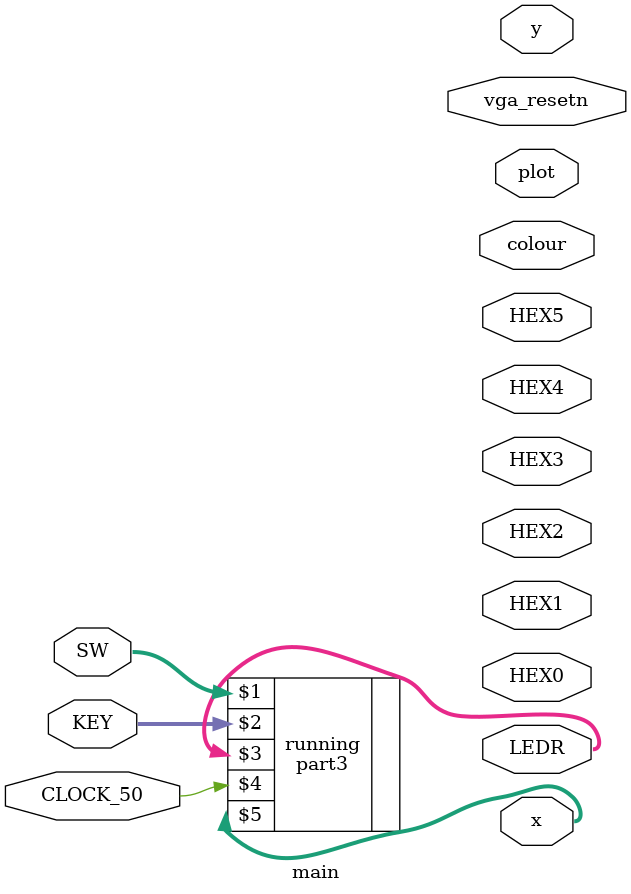
<source format=v>
`timescale 1ns / 1ps
`default_nettype none

module main	(
	input wire CLOCK_50,            //On Board 50 MHz
	input wire [9:0] SW,            // On board Switches
	input wire [3:0] KEY,           // On board push buttons
	output wire [6:0] HEX0,         // HEX displays
	output wire [6:0] HEX1,         
	output wire [6:0] HEX2,         
	output wire [6:0] HEX3,         
	output wire [6:0] HEX4,         
	output wire [6:0] HEX5,         
	output wire [9:0] LEDR,         // LEDs
	output wire [7:0] x,            // VGA pixel coordinates
	output wire [6:0] y,
	output wire [2:0] colour,       // VGA pixel colour (0-7)
	output wire plot,               // Pixel drawn when this is pulsed
	output wire vga_resetn          // VGA resets to black when this is pulsed (NOT CURRENTLY AVAILABLE)
);    

	//part1 running (SW, KEY, HEX0, HEX1);
	//part2 running (SW, CLOCK_50, HEX0, x, y);
	part3 running (SW, KEY, LEDR, CLOCK_50, x);
endmodule

</source>
